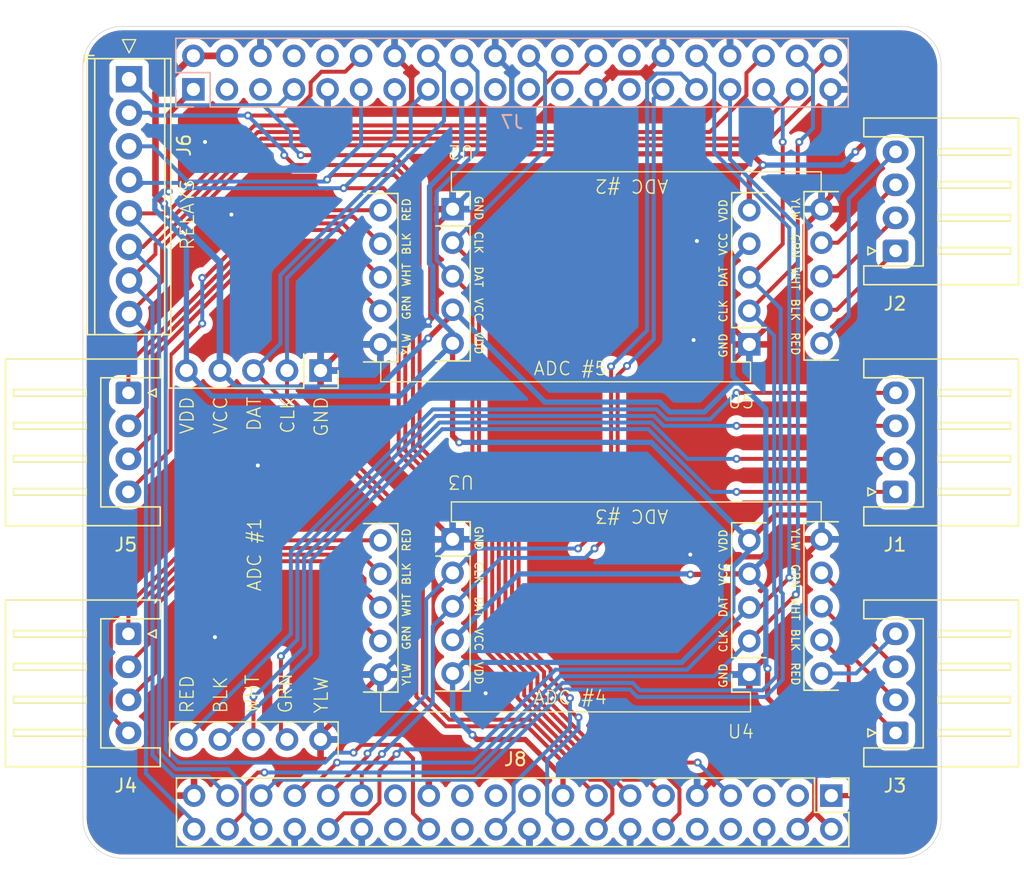
<source format=kicad_pcb>
(kicad_pcb (version 20240108) (generator "pcbnew") (generator_version "8.0")
  (layers (0 "F.Cu" signal) (31 "B.Cu" signal) (34 "B.Paste" user) (35 "F.Paste" user) (36 "B.SilkS" user "B.Silkscreen") (37 "F.SilkS" user "F.Silkscreen") (38 "B.Mask" user) (39 "F.Mask" user) (44 "Edge.Cuts" user))
  (net 0 "")
  (net 1 "/RLY3")
  (net 2 "/RLY6")
  (net 3 "/RLY1")
  (net 4 "/ADC2_DAT")
  (net 5 "GND")
  (net 6 "/RLY4")
  (net 7 "/RLY5")
  (net 8 "+5V")
  (net 9 "/ADC5_CLK")
  (net 10 "/ADC3_CLK")
  (net 11 "/ADC1_CLK")
  (net 12 "/ADC2_CLK")
  (net 13 "/ADC3_DAT")
  (net 14 "/RLY8")
  (net 15 "/ADC4_DAT")
  (net 16 "/RLY7")
  (net 17 "/ADC5_DAT")
  (net 18 "/RLY2")
  (net 19 "/ADC1_DAT")
  (net 20 "/ADC4_CLK")
  (net 21 "Net-(J2-Pin_3)")
  (net 22 "Net-(J2-Pin_2)")
  (net 23 "+3V3")
  (net 24 "Net-(J2-Pin_4)")
  (net 25 "Net-(J2-Pin_1)")
  (net 26 "Net-(J4-Pin_3)")
  (net 27 "Net-(J4-Pin_1)")
  (net 28 "Net-(J4-Pin_4)")
  (net 29 "Net-(J4-Pin_2)")
  (net 30 "Net-(J5-Pin_3)")
  (net 31 "Net-(J5-Pin_4)")
  (net 32 "Net-(J5-Pin_1)")
  (net 33 "Net-(J5-Pin_2)")
  (net 44 "Net-(J1-Pin_3)")
  (net 45 "Net-(J1-Pin_2)")
  (net 46 "Net-(J1-Pin_4)")
  (net 47 "Net-(J1-Pin_1)")
  (net 48 "Net-(J3-Pin_2)")
  (net 49 "Net-(J3-Pin_1)")
  (net 50 "Net-(J3-Pin_3)")
  (net 51 "Net-(J3-Pin_4)")
  (footprint "Library:HX711_Load_Cell_Amp_PinSocket_basic2" (layer "F.Cu") (at 101.97 88.92 180)
    (property "Reference" "U2" (hide yes))
    (property "Value" "~")
  )
  (footprint "Connector_JST:JST_XH_S4B-XH-A_1x04_P2.50mm_Horizontal" (layer "F.Cu") (at 121.55 87 90)
    (property "Reference" "J2")
    (property "Value" "Conn_01x04_Pin" (hide yes))
  )
  (footprint "TerminalBlock_Phoenix:TerminalBlock_Phoenix_MPT-0,5-8-2.54_1x08_P2.54mm_Horizontal" (layer "F.Cu") (at 63.5 74 -90)
    (property "Reference" "J6")
    (property "Value" "Conn_01x08_Pin" (hide yes))
  )
  (footprint "Connector_JST:JST_XH_S4B-XH-A_1x04_P2.50mm_Horizontal" (layer "F.Cu") (at 121.55 105.25 90)
    (property "Reference" "J1")
    (property "Value" "Conn_01x04_Pin" (hide yes))
  )
  (footprint "Library:HX711_Load_Cell_Amp_PinSocket_basic2" (layer "F.Cu") (at 101.97 113.92 180)
    (property "Reference" "U3" (hide yes))
    (property "Value" "~")
  )
  (footprint "Library:HX711_Load_Cell_Amp_PinSocket_basic" (layer "F.Cu") (at 72.92 110.03 90)
    (property "Reference" "U1" (hide yes))
    (property "Value" "~")
  )
  (footprint "Library:HX711_Load_Cell_Amp_PinSocket_basic2" (layer "F.Cu") (at 96.5 89)
    (property "Reference" "U5" (hide yes))
    (property "Value" "~")
  )
  (footprint "Connector_JST:JST_XH_S4B-XH-A_1x04_P2.50mm_Horizontal" (layer "F.Cu") (at 63.45 116 -90)
    (property "Reference" "J4")
    (property "Value" "Conn_01x04_Pin" (hide yes))
  )
  (footprint "Library:HX711_Load_Cell_Amp_PinSocket_basic2" (layer "F.Cu") (at 96.5 114)
    (property "Reference" "U4" (hide yes))
    (property "Value" "~")
  )
  (footprint "Connector_JST:JST_XH_S4B-XH-A_1x04_P2.50mm_Horizontal" (layer "F.Cu") (at 63.45 97.75 -90)
    (property "Reference" "J5")
    (property "Value" "Conn_01x04_Pin" (hide yes))
  )
  (footprint "Connector_PinSocket_2.54mm:PinSocket_2x20_P2.54mm_Vertical" (layer "F.Cu") (at 116.68 130.79 -90)
    (property "Reference" "J8")
    (property "Value" "Raspberry_Pi_2_3" (hide yes))
  )
  (footprint "Connector_JST:JST_XH_S4B-XH-A_1x04_P2.50mm_Horizontal" (layer "F.Cu") (at 121.55 123.5 90)
    (property "Reference" "J3")
    (property "Value" "Conn_01x04_Pin" (hide yes))
  )
  (footprint "Connector_PinSocket_2.54mm:PinSocket_2x20_P2.54mm_Vertical" (layer "B.Cu") (at 68.37 74.77 -90)
    (property "Reference" "J7")
    (property "Value" "Raspberry_Pi_2_3" (hide yes))
  )
  (gr_line (start 82.56 95.41) (end 82.56 96.91) (stroke (width 0.1)) (layer "F.SilkS"))
  (gr_line (start 115.91 82.51) (end 115.91 81.01) (stroke (width 0.1)) (layer "F.SilkS"))
  (gr_line (start 115.91 81.01) (end 87.91 81.01) (stroke (width 0.1)) (layer "F.SilkS"))
  (gr_line (start 115.91 107.51) (end 115.91 106.01) (stroke (width 0.1)) (layer "F.SilkS"))
  (gr_line (start 82.56 121.91) (end 110.56 121.91) (stroke (width 0.1)) (layer "F.SilkS"))
  (gr_line (start 87.91 106.01) (end 87.91 107.51) (stroke (width 0.1)) (layer "F.SilkS"))
  (gr_line (start 82.56 120.41) (end 82.56 121.91) (stroke (width 0.1)) (layer "F.SilkS"))
  (gr_line (start 63.5 72) (end 64 71) (stroke (width 0.1)) (layer "F.SilkS"))
  (gr_line (start 115.91 106.01) (end 87.91 106.01) (stroke (width 0.1)) (layer "F.SilkS"))
  (gr_line (start 110.56 96.91) (end 110.56 95.41) (stroke (width 0.1)) (layer "F.SilkS"))
  (gr_line (start 87.91 81.01) (end 87.91 82.51) (stroke (width 0.1)) (layer "F.SilkS"))
  (gr_line (start 64 71) (end 63 71) (stroke (width 0.1)) (layer "F.SilkS"))
  (gr_line (start 82.56 96.91) (end 110.56 96.91) (stroke (width 0.1)) (layer "F.SilkS"))
  (gr_line (start 63 71) (end 63.5 72) (stroke (width 0.1)) (layer "F.SilkS"))
  (gr_line (start 110.56 121.91) (end 110.56 120.41) (stroke (width 0.1)) (layer "F.SilkS"))
  (gr_line (start 63 133) (end 122 133) (stroke (width 0.05)) (layer "Edge.Cuts"))
  (gr_arc (start 125 130) (mid 124.12132 132.12132) (end 122 133) (stroke (width 0.05)) (layer "Edge.Cuts"))
  (gr_arc (start 122 70) (mid 124.12132 70.87868) (end 125 73) (stroke (width 0.05)) (layer "Edge.Cuts"))
  (gr_arc (start 60 73) (mid 60.87868 70.87868) (end 63 70) (stroke (width 0.05)) (layer "Edge.Cuts"))
  (gr_arc (start 63 133) (mid 60.87868 132.12132) (end 60 130) (stroke (width 0.05)) (layer "Edge.Cuts"))
  (gr_line (start 125 130) (end 125 73) (stroke (width 0.05)) (layer "Edge.Cuts"))
  (gr_line (start 60 73) (end 60 130) (stroke (width 0.05)) (layer "Edge.Cuts"))
  (gr_line (start 122 70) (end 63 70) (stroke (width 0.05)) (layer "Edge.Cuts"))
  (gr_text "ADC #1" (at 73 110 90) (layer "F.SilkS") (effects (font (size 1 1) (thickness 0.1))))
  (gr_text "ADC #4" (at 94.06 121.41 0) (layer "F.SilkS") (effects (font (size 1 1) (thickness 0.1)) (justify left bottom)))
  (gr_text "ADC #5" (at 94.06 96.5 0) (layer "F.SilkS") (effects (font (size 1 1) (thickness 0.1)) (justify left bottom)))
  (gr_text "ADC #3" (at 104.41 106.5 180) (layer "F.SilkS") (effects (font (size 1 1) (thickness 0.1)) (justify left bottom)))
  (gr_text "ADC #2" (at 104.41 81.5 180) (layer "F.SilkS") (effects (font (size 1 1) (thickness 0.1)) (justify left bottom)))
  (gr_text "RELAYS" (at 68.5 87 90) (layer "F.SilkS") (effects (font (size 1 1) (thickness 0.1)) (justify left bottom)))
  (segment (start 100.947106 127.05) (end 102.78 127.05) (width 0.3) (layer "F.Cu") (net 1))
  (segment (start 83.585788 81.25) (end 84.417894 82.082106) (width 0.3) (layer "F.Cu") (net 1))
  (segment (start 78.85 81.25) (end 83.585788 81.25) (width 0.3) (layer "F.Cu") (net 1))
  (segment (start 99.947106 126.05) (end 100.947106 127.05) (width 0.3) (layer "F.Cu") (net 1))
  (segment (start 91 108.707106) (end 91 117.078424) (width 0.3) (layer "F.Cu") (net 1))
  (segment (start 91 117.078424) (end 93.42401 119.502434) (width 0.3) (layer "F.Cu") (net 1))
  (segment (start 84.417894 102.125) (end 91 108.707106) (width 0.3) (layer "F.Cu") (net 1))
  (segment (start 98.821318 126.05) (end 99.947106 126.05) (width 0.3) (layer "F.Cu") (net 1))
  (segment (start 102.78 127.05) (end 103.98 128.25) (width 0.3) (layer "F.Cu") (net 1))
  (segment (start 84.417894 82.082106) (end 84.417894 102.125) (width 0.3) (layer "F.Cu") (net 1))
  (segment (start 93.42401 120.652692) (end 98.821318 126.05) (width 0.3) (layer "F.Cu") (net 1))
  (segment (start 78.5 81.6) (end 78.85 81.25) (width 0.3) (layer "F.Cu") (net 1))
  (segment (start 93.42401 119.502434) (end 93.42401 120.652692) (width 0.3) (layer "F.Cu") (net 1))
  (via (at 78.5 81.6) (size 0.6) (drill 0.3) (layers "F.Cu" "B.Cu") (net 1))
  (segment (start 65.276346 79.08) (end 63.5 79.08) (width 0.3) (layer "B.Cu") (net 1))
  (segment (start 81.07 78.93) (end 81.07 74.77) (width 0.3) (layer "B.Cu") (net 1))
  (segment (start 78.5 81.6) (end 78.5 81.5) (width 0.3) (layer "B.Cu") (net 1))
  (segment (start 78.5 81.6) (end 78.35 81.75) (width 0.3) (layer "B.Cu") (net 1))
  (segment (start 67.946346 81.75) (end 65.276346 79.08) (width 0.3) (layer "B.Cu") (net 1))
  (segment (start 78.5 81.5) (end 81.07 78.93) (width 0.3) (layer "B.Cu") (net 1))
  (segment (start 78.35 81.75) (end 67.946346 81.75) (width 0.3) (layer "B.Cu") (net 1))
  (segment (start 63.5 86.7) (end 64.55 86.7) (width 0.3) (layer "F.Cu") (net 2))
  (segment (start 64.55 86.7) (end 73.25 78) (width 0.3) (layer "F.Cu") (net 2))
  (segment (start 110.25 75.227057) (end 110.25 73.53) (width 0.3) (layer "F.Cu") (net 2))
  (segment (start 73.25 78) (end 107.477057 78) (width 0.3) (layer "F.Cu") (net 2))
  (segment (start 107.477057 78) (end 110.25 75.227057) (width 0.3) (layer "F.Cu") (net 2))
  (segment (start 110.25 73.53) (end 111.55 72.23) (width 0.3) (layer "F.Cu") (net 2))
  (segment (start 65.775 88.975) (end 65.775 124.982106) (width 0.3) (layer "B.Cu") (net 2))
  (segment (start 63.5 86.7) (end 65.775 88.975) (width 0.3) (layer "B.Cu") (net 2))
  (segment (start 65.775 124.982106) (end 67.042894 126.25) (width 0.3) (layer "B.Cu") (net 2))
  (segment (start 71 126.25) (end 72.25 127.5) (width 0.3) (layer "B.Cu") (net 2))
  (segment (start 72.25 127.5) (end 72.25 129.54) (width 0.3) (layer "B.Cu") (net 2))
  (segment (start 72.25 129.54) (end 73.5 130.79) (width 0.3) (layer "B.Cu") (net 2))
  (segment (start 67.042894 126.25) (end 71 126.25) (width 0.3) (layer "B.Cu") (net 2))
  (segment (start 99.235531 125.05) (end 100.36132 125.05) (width 0.3) (layer "F.Cu") (net 3))
  (segment (start 94.42401 120.238479) (end 99.235531 125.05) (width 0.3) (layer "F.Cu") (net 3))
  (segment (start 100.36132 125.05) (end 101.06132 125.75) (width 0.3) (layer "F.Cu") (net 3))
  (segment (start 92 116.664212) (end 94.42401 119.088222) (width 0.3) (layer "F.Cu") (net 3))
  (segment (start 92 108.292894) (end 92 116.664212) (width 0.3) (layer "F.Cu") (net 3))
  (segment (start 85.5 101.792894) (end 92 108.292894) (width 0.3) (layer "F.Cu") (net 3))
  (segment (start 101.06132 125.75) (end 106.56 125.75) (width 0.3) (layer "F.Cu") (net 3))
  (segment (start 94.42401 119.088222) (end 94.42401 120.238479) (width 0.3) (layer "F.Cu") (net 3))
  (segment (start 85.5 81.75) (end 85.5 101.792894) (width 0.3) (layer "F.Cu") (net 3))
  (segment (start 76.5 79.75) (end 83.5 79.75) (width 0.3) (layer "F.Cu") (net 3))
  (segment (start 83.5 79.75) (end 85.5 81.75) (width 0.3) (layer "F.Cu") (net 3))
  (via (at 106.56 125.75) (size 0.6) (drill 0.3) (layers "F.Cu" "B.Cu") (net 3))
  (via (at 76.5 79.75) (size 0.6) (drill 0.3) (layers "F.Cu" "B.Cu") (net 3))
  (segment (start 75.75 78.042894) (end 74 76.292894) (width 0.3) (layer "B.Cu") (net 3))
  (segment (start 65.47 75.97) (end 73.25 75.97) (width 0.3) (layer "B.Cu") (net 3))
  (segment (start 75.75 79) (end 75.75 78.042894) (width 0.3) (layer "B.Cu") (net 3))
  (segment (start 106.56 125.75) (end 109.06 128.25) (width 0.3) (layer "B.Cu") (net 3))
  (segment (start 74 76.292894) (end 73.957107 76.25) (width 0.3) (layer "B.Cu") (net 3))
  (segment (start 74.79 75.97) (end 75.99 74.77) (width 0.3) (layer "B.Cu") (net 3))
  (segment (start 73.677107 75.97) (end 73.25 75.97) (width 0.3) (layer "B.Cu") (net 3))
  (segment (start 73.25 75.97) (end 74.79 75.97) (width 0.3) (layer "B.Cu") (net 3))
  (segment (start 73.957107 76.25) (end 73.677107 75.97) (width 0.3) (layer "B.Cu") (net 3))
  (segment (start 76.5 79.75) (end 75.75 79) (width 0.3) (layer "B.Cu") (net 3))
  (segment (start 63.5 74) (end 65.47 75.97) (width 0.3) (layer "B.Cu") (net 3))
  (segment (start 89.5 105.085787) (end 89.5 90.42) (width 0.3) (layer "F.Cu") (net 4))
  (segment (start 89.5 90.42) (end 88 88.92) (width 0.3) (layer "F.Cu") (net 4))
  (segment (start 94.92401 119.81924) (end 94.92401 118.881116) (width 0.3) (layer "F.Cu") (net 4))
  (segment (start 97.537005 122.322615) (end 97.427385 122.322615) (width 0.3) (layer "F.Cu") (net 4))
  (segment (start 94.92401 118.881116) (end 92.5 116.457106) (width 0.3) (layer "F.Cu") (net 4))
  (segment (start 92.5 116.457106) (end 92.5 108.085787) (width 0.3) (layer "F.Cu") (net 4))
  (segment (start 97.427385 122.322615) (end 94.92401 119.81924) (width 0.3) (layer "F.Cu") (net 4))
  (segment (start 92.5 108.085787) (end 89.5 105.085787) (width 0.3) (layer "F.Cu") (net 4))
  (via (at 97.537005 122.322615) (size 0.6) (drill 0.3) (layers "F.Cu" "B.Cu") (net 4))
  (segment (start 88.69 72.23) (end 89.89 73.43) (width 0.3) (layer "B.Cu") (net 4))
  (segment (start 97.537005 123.170101) (end 95.16 125.547106) (width 0.3) (layer "B.Cu") (net 4))
  (segment (start 86.8 82.5) (end 86.8 87.72) (width 0.3) (layer "B.Cu") (net 4))
  (segment (start 95.16 129.59) (end 96.36 130.79) (width 0.3) (layer "B.Cu") (net 4))
  (segment (start 86.8 87.72) (end 88 88.92) (width 0.3) (layer "B.Cu") (net 4))
  (segment (start 89.89 79.41) (end 86.8 82.5) (width 0.3) (layer "B.Cu") (net 4))
  (segment (start 89.89 73.43) (end 89.89 79.41) (width 0.3) (layer "B.Cu") (net 4))
  (segment (start 95.16 125.547106) (end 95.16 129.59) (width 0.3) (layer "B.Cu") (net 4))
  (segment (start 97.537005 122.322615) (end 97.537005 123.170101) (width 0.3) (layer "B.Cu") (net 4))
  (segment (start 88 83.84) (end 89.78 83.84) (width 0.4) (layer "F.Cu") (net 5))
  (segment (start 110.47 119.08) (end 110.47 124.3) (width 0.4) (layer "F.Cu") (net 5))
  (segment (start 84.9 73.52) (end 84.9 76.1) (width 0.4) (layer "F.Cu") (net 5))
  (segment (start 102.64 73.52) (end 103.93 72.23) (width 0.4) (layer "F.Cu") (net 5))
  (segment (start 82.53 103.37) (end 82.53 94.08) (width 0.4) (layer "F.Cu") (net 5))
  (segment (start 110.47 94.08) (end 114.69 89.86) (width 0.4) (layer "F.Cu") (net 5))
  (segment (start 83.61 72.23) (end 84.9 73.52) (width 0.4) (layer "F.Cu") (net 5))
  (segment (start 109.92 110.17) (end 114.61 110.17) (width 0.4) (layer "F.Cu") (net 5))
  (segment (start 86.15 92.360051) (end 86.75 91.760051) (width 0.4) (layer "F.Cu") (net 5))
  (segment (start 114.69 114.81) (end 114.69 110.09) (width 0.4) (layer "F.Cu") (net 5))
  (segment (start 114.69 85.09) (end 115.94 83.84) (width 0.4) (layer "F.Cu") (net 5))
  (segment (start 107.5 97.05) (end 110.47 94.08) (width 0.4) (layer "F.Cu") (net 5))
  (segment (start 82.53 120.53) (end 86.2 124.2) (width 0.4) (layer "F.Cu") (net 5))
  (segment (start 78 123.61) (end 78 124) (width 0.4) (layer "F.Cu") (net 5))
  (segment (start 110.47 124.3) (end 106.52 128.25) (width 0.4) (layer "F.Cu") (net 5))
  (segment (start 82.53 119.08) (end 78 123.61) (width 0.4) (layer "F.Cu") (net 5))
  (segment (start 116.63 82.87) (end 116.63 74.77) (width 0.4) (layer "F.Cu") (net 5))
  (segment (start 88 83.84) (end 100.23 83.84) (width 0.4) (layer "F.Cu") (net 5))
  (segment (start 86.2 124.2) (end 86.2 128.25) (width 0.4) (layer "F.Cu") (net 5))
  (segment (start 100.23 83.84) (end 110.47 94.08) (width 0.4) (layer "F.Cu") (net 5))
  (segment (start 98.85 74.77) (end 100.1 73.52) (width 0.4) (layer "F.Cu") (net 5))
  (segment (start 79.98 94.08) (end 78 96.06) (width 0.4) (layer "F.Cu") (net 5))
  (segment (start 86.75 85.09) (end 88 83.84) (width 0.4) (layer "F.Cu") (net 5))
  (segment (start 106 110) (end 109.75 110) (width 0.4) (layer "F.Cu") (net 5))
  (segment (start 106 110) (end 107.5 108.5) (width 0.4) (layer "F.Cu") (net 5))
  (segment (start 84.9 76.1) (end 84.75 76.25) (width 0.4) (layer "F.Cu") (net 5))
  (segment (start 110.47 119.03) (end 114.69 114.81) (width 0.4) (layer "F.Cu") (net 5))
  (segment (start 114.61 110.17) (end 115.94 108.84) (width 0.4) (layer "F.Cu") (net 5))
  (segment (start 115.94 83.84) (end 115.94 83.56) (width 0.4) (layer "F.Cu") (net 5))
  (segment (start 114.69 89.86) (end 114.69 85.09) (width 0.4) (layer "F.Cu") (net 5))
  (segment (start 100.1 73.52) (end 102.64 73.52) (width 0.4) (layer "F.Cu") (net 5))
  (segment (start 88 108.84) (end 82.53 103.37) (width 0.4) (layer "F.Cu") (net 5))
  (segment (start 110.47 119.08) (end 110.47 119.03) (width 0.4) (layer "F.Cu") (net 5))
  (segment (start 82.53 119.08) (end 82.53 120.53) (width 0.4) (layer "F.Cu") (net 5))
  (segment (start 82.53 94.08) (end 79.98 94.08) (width 0.4) (layer "F.Cu") (net 5))
  (segment (start 109.75 110) (end 109.92 110.17) (width 0.4) (layer "F.Cu") (net 5))
  (segment (start 107.5 108.5) (end 107.5 97.05) (width 0.4) (layer "F.Cu") (net 5))
  (segment (start 86.75 91.760051) (end 86.75 85.09) (width 0.4) (layer "F.Cu") (net 5))
  (segment (start 88 83.84) (end 87.6 83.84) (width 0.4) (layer "F.Cu") (net 5))
  (segment (start 115.94 83.56) (end 116.63 82.87) (width 0.4) (layer "F.Cu") (net 5))
  (segment (start 114.69 110.09) (end 115.94 108.84) (width 0.4) (layer "F.Cu") (net 5))
  (via (at 73.25 103.25) (size 0.6) (drill 0.3) (layers "F.Cu" "B.Cu") (net 5))
  (via (at 70 116.25) (size 0.6) (drill 0.3) (layers "F.Cu" "B.Cu") (net 5))
  (via (at 69.25 78.75) (size 0.6) (drill 0.3) (layers "F.Cu" "B.Cu") (net 5))
  (via (at 106.25 93.75) (size 0.6) (drill 0.3) (layers "F.Cu" "B.Cu") (net 5))
  (via (at 86.15 92.360051) (size 0.6) (drill 0.3) (layers "F.Cu" "B.Cu") (net 5))
  (via (at 106 110) (size 0.6) (drill 0.3) (layers "F.Cu" "B.Cu") (net 5))
  (via (at 106.5 86.25) (size 0.6) (drill 0.3) (layers "F.Cu" "B.Cu") (net 5))
  (via (at 90.5 120.5) (size 0.6) (drill 0.3) (layers "F.Cu" "B.Cu") (net 5))
  (via (at 71.25 84.25) (size 0.6) (drill 0.3) (layers "F.Cu" "B.Cu") (net 5))
  (segment (start 82.53 119.08) (end 85.45 116.16) (width 0.4) (layer "B.Cu") (net 5))
  (segment (start 92.48 73.48) (end 91.23 72.23) (width 0.4) (layer "B.Cu") (net 5))
  (segment (start 84.42 94.08) (end 82.53 94.08) (width 0.4) (layer "B.Cu") (net 5))
  (segment (start 88 83.84) (end 92.48 79.36) (width 0.4) (layer "B.Cu") (net 5))
  (segment (start 104.84 108.84) (end 88 108.84) (width 0.4) (layer "B.Cu") (net 5))
  (segment (start 86.15 92.360051) (end 86.139949 92.360051) (width 0.4) (layer "B.Cu") (net 5))
  (segment (start 106 110) (end 104.84 108.84) (width 0.4) (layer "B.Cu") (net 5))
  (segment (start 92.48 79.36) (end 92.48 73.48) (width 0.4) (layer "B.Cu") (net 5))
  (segment (start 85.45 111.39) (end 88 108.84) (width 0.4) (layer "B.Cu") (net 5))
  (segment (start 85.45 116.16) (end 85.45 111.39) (width 0.4) (layer "B.Cu") (net 5))
  (segment (start 86.139949 92.360051) (end 84.42 94.08) (width 0.4) (layer "B.Cu") (net 5))
  (segment (start 83.917894 83.417894) (end 83.917894 102.332106) (width 0.3) (layer "F.Cu") (net 6))
  (segment (start 82.75 82.25) (end 83.917894 83.417894) (width 0.3) (layer "F.Cu") (net 6))
  (segment (start 92.92401 119.70954) (end 92.92401 120.859798) (width 0.3) (layer "F.Cu") (net 6))
  (segment (start 99.74 126.55) (end 101.44 128.25) (width 0.3) (layer "F.Cu") (net 6))
  (segment (start 83.917894 102.332106) (end 90.5 108.914212) (width 0.3) (layer "F.Cu") (net 6))
  (segment (start 92.92401 120.859798) (end 98.614212 126.55) (width 0.3) (layer "F.Cu") (net 6))
  (segment (start 98.614212 126.55) (end 99.74 126.55) (width 0.3) (layer "F.Cu") (net 6))
  (segment (start 79.75 82.25) (end 82.75 82.25) (width 0.3) (layer "F.Cu") (net 6))
  (segment (start 90.5 108.914212) (end 90.5 117.28553) (width 0.3) (layer "F.Cu") (net 6))
  (segment (start 90.5 117.28553) (end 92.92401 119.70954) (width 0.3) (layer "F.Cu") (net 6))
  (via (at 79.75 82.25) (size 0.6) (drill 0.3) (layers "F.Cu" "B.Cu") (net 6))
  (segment (start 64.13 82.25) (end 64.53 81.85) (width 0.3) (layer "B.Cu") (net 6))
  (segment (start 67.739239 82.25) (end 79.75 82.25) (width 0.3) (layer "B.Cu") (net 6))
  (segment (start 63.5 81.62) (end 64.13 82.25) (width 0.3) (layer "B.Cu") (net 6))
  (segment (start 83.61 78.39) (end 83.61 74.77) (width 0.3) (layer "B.Cu") (net 6))
  (segment (start 64.53 81.85) (end 67.339239 81.85) (width 0.3) (layer "B.Cu") (net 6))
  (segment (start 79.75 82.25) (end 83.61 78.39) (width 0.3) (layer "B.Cu") (net 6))
  (segment (start 67.339239 81.85) (end 67.739239 82.25) (width 0.3) (layer "B.Cu") (net 6))
  (segment (start 97.58 73.5) (end 98.85 72.23) (width 0.3) (layer "F.Cu") (net 7))
  (segment (start 83.978172 124.408933) (end 85 125.430761) (width 0.3) (layer "F.Cu") (net 7))
  (segment (start 85 129.59) (end 86.2 130.79) (width 0.3) (layer "F.Cu") (net 7))
  (segment (start 95 75.237057) (end 95 74.382943) (width 0.3) (layer "F.Cu") (net 7))
  (segment (start 80.5 125) (end 81.091067 124.408933) (width 0.3) (layer "F.Cu") (net 7))
  (segment (start 95 74.382943) (end 95.882943 73.5) (width 0.3) (layer "F.Cu") (net 7))
  (segment (start 85 125.430761) (end 85 129.59) (width 0.3) (layer "F.Cu") (net 7))
  (segment (start 81.091067 124.408933) (end 83.978172 124.408933) (width 0.3) (layer "F.Cu") (net 7))
  (segment (start 95.882943 73.5) (end 97.58 73.5) (width 0.3) (layer "F.Cu") (net 7))
  (segment (start 92.737057 77.5) (end 95 75.237057) (width 0.3) (layer "F.Cu") (net 7))
  (segment (start 72.989239 77.5) (end 92.737057 77.5) (width 0.3) (layer "F.Cu") (net 7))
  (segment (start 63.5 84.16) (end 66.329239 84.16) (width 0.3) (layer "F.Cu") (net 7))
  (segment (start 66.329239 84.16) (end 72.989239 77.5) (width 0.3) (layer "F.Cu") (net 7))
  (via (at 80.5 125) (size 0.6) (drill 0.3) (layers "F.Cu" "B.Cu") (net 7))
  (segment (start 80.5 125) (end 79.080761 125) (width 0.3) (layer "B.Cu") (net 7))
  (segment (start 66.275 124.775) (end 66.275 86.935) (width 0.3) (layer "B.Cu") (net 7))
  (segment (start 66.275 86.935) (end 63.5 84.16) (width 0.3) (layer "B.Cu") (net 7))
  (segment (start 78.330761 125.75) (end 67.25 125.75) (width 0.3) (layer "B.Cu") (net 7))
  (segment (start 79.080761 125) (end 78.330761 125.75) (width 0.3) (layer "B.Cu") (net 7))
  (segment (start 67.25 125.75) (end 66.275 124.775) (width 0.3) (layer "B.Cu") (net 7))
  (segment (start 111.854975 120.854975) (end 115.43 124.43) (width 0.4) (layer "F.Cu") (net 8))
  (segment (start 115.43 124.43) (end 115.43 129.54) (width 0.4) (layer "F.Cu") (net 8))
  (segment (start 86.15 93.625) (end 88 91.775) (width 0.4) (layer "F.Cu") (net 8))
  (segment (start 68.31 72.23) (end 70.91 72.23) (width 0.5) (layer "F.Cu") (net 8))
  (segment (start 65.5 82.760001) (end 65.5 75.04) (width 0.5) (layer "F.Cu") (net 8))
  (segment (start 107.04 111.46) (end 110.47 111.46) (width 0.4) (layer "F.Cu") (net 8))
  (segment (start 106 111.5) (end 107 111.5) (width 0.4) (layer "F.Cu") (net 8))
  (segment (start 107 111.5) (end 107.04 111.46) (width 0.4) (layer "F.Cu") (net 8))
  (segment (start 114.14 130.79) (end 115.39 129.54) (width 0.4) (layer "F.Cu") (net 8))
  (segment (start 115.39 129.54) (end 115.43 129.54) (width 0.4) (layer "F.Cu") (net 8))
  (segment (start 88 91.775) (end 88 91.46) (width 0.4) (layer "F.Cu") (net 8))
  (segment (start 68.37 72.23) (end 70.91 72.23) (width 0.5) (layer "F.Cu") (net 8))
  (segment (start 115.43 129.54) (end 116.68 130.79) (width 0.4) (layer "F.Cu") (net 8))
  (segment (start 111.854975 118.634975) (end 111.854975 120.854975) (width 0.4) (layer "F.Cu") (net 8))
  (segment (start 68.37 72.23) (end 68.37 72.13) (width 0.5) (layer "F.Cu") (net 8))
  (segment (start 65.5 75.04) (end 68.31 72.23) (width 0.5) (layer "F.Cu") (net 8))
  (segment (start 66.154999 83.415) (end 65.5 82.760001) (width 0.5) (layer "F.Cu") (net 8))
  (segment (start 68.37 72.13) (end 68.5 72) (width 0.5) (layer "F.Cu") (net 8))
  (via (at 106 111.5) (size 0.6) (drill 0.3) (layers "F.Cu" "B.Cu") (net 8))
  (via (at 111.854975 118.634975) (size 0.6) (drill 0.3) (layers "F.Cu" "B.Cu") (net 8))
  (via (at 66.154999 83.415) (size 0.6) (drill 0.3) (layers "F.Cu" "B.Cu") (net 8))
  (via (at 86.15 93.625) (size 0.6) (drill 0.3) (layers "F.Cu" "B.Cu") (net 8))
  (segment (start 105.96 111.46) (end 106 111.5) (width 0.4) (layer "B.Cu") (net 8))
  (segment (start 111.854975 118.634975) (end 111.72 118.5) (width 0.4) (layer "B.Cu") (net 8))
  (segment (start 109.73995 97) (end 111.72 98.98005) (width 0.4) (layer "B.Cu") (net 8))
  (segment (start 71.63 97.31) (end 70.38 96.06) (width 0.4) (layer "B.Cu") (net 8))
  (segment (start 109.22 96.48005) (end 109.22 87.71) (width 0.4) (layer "B.Cu") (net 8))
  (segment (start 66.154999 83.415) (end 66.154999 83.654999) (width 0.5) (layer "B.Cu") (net 8))
  (segment (start 111.72 112.71) (end 110.47 111.46) (width 0.4) (layer "B.Cu") (net 8))
  (segment (start 111.72 110.21) (end 110.47 111.46) (width 0.4) (layer "B.Cu") (net 8))
  (segment (start 82.44 97.31) (end 71.63 97.31) (width 0.4) (layer "B.Cu") (net 8))
  (segment (start 109.22 87.71) (end 110.47 86.46) (width 0.4) (layer "B.Cu") (net 8))
  (segment (start 88 116.46) (end 93 111.46) (width 0.4) (layer "B.Cu") (net 8))
  (segment (start 107.06005 99.2) (end 109.26005 97) (width 0.4) (layer "B.Cu") (net 8))
  (segment (start 70.38 87.88) (end 70.38 96.06) (width 0.5) (layer "B.Cu") (net 8))
  (segment (start 93 111.46) (end 105.96 111.46) (width 0.4) (layer "B.Cu") (net 8))
  (segment (start 88 91.46) (end 94.99 98.45) (width 0.4) (layer "B.Cu") (net 8))
  (segment (start 111.72 118.5) (end 111.72 112.71) (width 0.4) (layer "B.Cu") (net 8))
  (segment (start 104.426954 99.2) (end 107.06005 99.2) (width 0.4) (layer "B.Cu") (net 8))
  (segment (start 111.72 98.98005) (end 111.72 99.5) (width 0.4) (layer "B.Cu") (net 8))
  (segment (start 103.676954 98.45) (end 104.426954 99.2) (width 0.4) (layer "B.Cu") (net 8))
  (segment (start 86.125 93.625) (end 82.44 97.31) (width 0.4) (layer "B.Cu") (net 8))
  (segment (start 109.73995 97) (end 109.22 96.48005) (width 0.4) (layer "B.Cu") (net 8))
  (segment (start 66.154999 83.654999) (end 70.38 87.88) (width 0.5) (layer "B.Cu") (net 8))
  (segment (start 109.26005 97) (end 109.73995 97) (width 0.4) (layer "B.Cu") (net 8))
  (segment (start 94.99 98.45) (end 103.676954 98.45) (width 0.4) (layer "B.Cu") (net 8))
  (segment (start 86.15 93.625) (end 86.125 93.625) (width 0.4) (layer "B.Cu") (net 8))
  (segment (start 111.72 99.5) (end 111.72 110.21) (width 0.4) (layer "B.Cu") (net 8))
  (segment (start 110.47 91.54) (end 114.14 87.87) (width 0.3) (layer "F.Cu") (net 9))
  (segment (start 73.25 126.5) (end 72.16 127.59) (width 0.3) (layer "F.Cu") (net 9))
  (segment (start 114.14 87.87) (end 114.14 78.86) (width 0.3) (layer "F.Cu") (net 9))
  (segment (start 73.75 126.5) (end 73.25 126.5) (width 0.3) (layer "F.Cu") (net 9))
  (segment (start 72.16 127.59) (end 72.16 129.59) (width 0.3) (layer "F.Cu") (net 9))
  (segment (start 72.16 129.59) (end 70.96 130.79) (width 0.3) (layer "F.Cu") (net 9))
  (segment (start 114.14 78.86) (end 114.25 78.75) (width 0.3) (layer "F.Cu") (net 9))
  (via (at 114.25 78.75) (size 0.6) (drill 0.3) (layers "F.Cu" "B.Cu") (net 9))
  (via (at 73.75 126.5) (size 0.6) (drill 0.3) (layers "F.Cu" "B.Cu") (net 9))
  (segment (start 89.542894 126.5) (end 96.329899 119.712995) (width 0.3) (layer "B.Cu") (net 9))
  (segment (start 96.329899 119.712995) (end 101.633045 119.712995) (width 0.3) (layer "B.Cu") (net 9))
  (segment (start 112.35 113.006346) (end 112.35 93.42) (width 0.3) (layer "B.Cu") (net 9))
  (segment (start 115.29 73.43) (end 114.09 72.23) (width 0.3) (layer "B.Cu") (net 9))
  (segment (start 73.75 126.5) (end 89.542894 126.5) (width 0.3) (layer "B.Cu") (net 9))
  (segment (start 112.35 93.42) (end 110.47 91.54) (width 0.3) (layer "B.Cu") (net 9))
  (segment (start 112.504975 113.161321) (end 112.35 113.006346) (width 0.3) (layer "B.Cu") (net 9))
  (segment (start 112.504975 119.245025) (end 112.504975 113.161321) (width 0.3) (layer "B.Cu") (net 9))
  (segment (start 114.25 78.75) (end 115.29 77.71) (width 0.3) (layer "B.Cu") (net 9))
  (segment (start 111.47 120.28) (end 112.504975 119.245025) (width 0.3) (layer "B.Cu") (net 9))
  (segment (start 102.20005 120.28) (end 111.47 120.28) (width 0.3) (layer "B.Cu") (net 9))
  (segment (start 115.29 77.71) (end 115.29 73.43) (width 0.3) (layer "B.Cu") (net 9))
  (segment (start 101.633045 119.712995) (end 102.20005 120.28) (width 0.3) (layer "B.Cu") (net 9))
  (segment (start 81.558933 125.271067) (end 78.58 128.25) (width 0.3) (layer "F.Cu") (net 10))
  (segment (start 81.558933 125.058933) (end 81.558933 125.271067) (width 0.3) (layer "F.Cu") (net 10))
  (segment (start 100 107.04) (end 97.5 109.54) (width 0.3) (layer "F.Cu") (net 10))
  (segment (start 100 95.75) (end 100 107.04) (width 0.3) (layer "F.Cu") (net 10))
  (via (at 100 95.75) (size 0.6) (drill 0.3) (layers "F.Cu" "B.Cu") (net 10))
  (via (at 81.558933 125.058933) (size 0.6) (drill 0.3) (layers "F.Cu" "B.Cu") (net 10))
  (via (at 97.5 109.54) (size 0.6) (drill 0.3) (layers "F.Cu" "B.Cu") (net 10))
  (segment (start 105.27 73.57) (end 106.47 74.77) (width 0.3) (layer "B.Cu") (net 10))
  (segment (start 89.84 109.54) (end 88 111.38) (width 0.3) (layer "B.Cu") (net 10))
  (segment (start 103.432943 73.57) (end 105.27 73.57) (width 0.3) (layer "B.Cu") (net 10))
  (segment (start 102.73 74.272943) (end 103.432943 73.57) (width 0.3) (layer "B.Cu") (net 10))
  (segment (start 81.558933 125.058933) (end 86 120.617866) (width 0.3) (layer "B.Cu") (net 10))
  (segment (start 86 120.617866) (end 86 113.38) (width 0.3) (layer "B.Cu") (net 10))
  (segment (start 97.5 109.54) (end 89.84 109.54) (width 0.3) (layer "B.Cu") (net 10))
  (segment (start 100 95.75) (end 102.73 93.02) (width 0.3) (layer "B.Cu") (net 10))
  (segment (start 102.73 93.02) (end 102.73 74.272943) (width 0.3) (layer "B.Cu") (net 10))
  (segment (start 86 113.38) (end 88 111.38) (width 0.3) (layer "B.Cu") (net 10))
  (segment (start 75.46 96.06) (end 75.46 97.892894) (width 0.3) (layer "F.Cu") (net 11))
  (segment (start 75.46 97.892894) (end 85.75 108.182894) (width 0.3) (layer "F.Cu") (net 11))
  (segment (start 100.1 129.59) (end 98.9 130.79) (width 0.3) (layer "F.Cu") (net 11))
  (segment (start 98.407106 127.05) (end 99.397057 127.05) (width 0.3) (layer "F.Cu") (net 11))
  (segment (start 85.75 120.5) (end 87.75 122.5) (width 0.3) (layer "F.Cu") (net 11))
  (segment (start 87.75 122.5) (end 93.857106 122.5) (width 0.3) (layer "F.Cu") (net 11))
  (segment (start 99.397057 127.05) (end 100.1 127.752943) (width 0.3) (layer "F.Cu") (net 11))
  (segment (start 93.857106 122.5) (end 98.407106 127.05) (width 0.3) (layer "F.Cu") (net 11))
  (segment (start 85.75 108.182894) (end 85.75 120.5) (width 0.3) (layer "F.Cu") (net 11))
  (segment (start 100.1 127.752943) (end 100.1 129.59) (width 0.3) (layer "F.Cu") (net 11))
  (segment (start 75.46 96.06) (end 75.46 89.04) (width 0.3) (layer "B.Cu") (net 11))
  (segment (start 87.35 77.15) (end 87.35 73.43) (width 0.3) (layer "B.Cu") (net 11))
  (segment (start 75.46 89.04) (end 87.35 77.15) (width 0.3) (layer "B.Cu") (net 11))
  (segment (start 87.35 73.43) (end 86.15 72.23) (width 0.3) (layer "B.Cu") (net 11))
  (segment (start 95.42401 118.67401) (end 93 116.25) (width 0.3) (layer "F.Cu") (net 12))
  (segment (start 93 107.87868) (end 90 104.87868) (width 0.3) (layer "F.Cu") (net 12))
  (segment (start 96.887005 120.862995) (end 95.42401 119.4) (width 0.3) (layer "F.Cu") (net 12))
  (segment (start 95.42401 119.4) (end 95.42401 118.67401) (width 0.3) (layer "F.Cu") (net 12))
  (segment (start 90 88.38) (end 88 86.38) (width 0.3) (layer "F.Cu") (net 12))
  (segment (start 93 116.25) (end 93 107.87868) (width 0.3) (layer "F.Cu") (net 12))
  (segment (start 90 104.87868) (end 90 88.38) (width 0.3) (layer "F.Cu") (net 12))
  (via (at 96.887005 120.862995) (size 0.6) (drill 0.3) (layers "F.Cu" "B.Cu") (net 12))
  (segment (start 92.62 127.38) (end 92.62 129.45) (width 0.3) (layer "B.Cu") (net 12))
  (segment (start 95 73.46) (end 93.77 72.23) (width 0.3) (layer "B.Cu") (net 12))
  (segment (start 96.887005 120.862995) (end 96.887005 123.112995) (width 0.3) (layer "B.Cu") (net 12))
  (segment (start 92.62 129.45) (end 91.28 130.79) (width 0.3) (layer "B.Cu") (net 12))
  (segment (start 96.887005 123.112995) (end 92.62 127.38) (width 0.3) (layer "B.Cu") (net 12))
  (segment (start 95 79.38) (end 95 73.46) (width 0.3) (layer "B.Cu") (net 12))
  (segment (start 88 86.38) (end 95 79.38) (width 0.3) (layer "B.Cu") (net 12))
  (segment (start 100.5 96.41924) (end 100.5 107.79) (width 0.3) (layer "F.Cu") (net 13))
  (segment (start 81.12 126.62924) (end 81.12 128.25) (width 0.3) (layer "F.Cu") (net 13))
  (segment (start 82.64924 125.1) (end 81.12 126.62924) (width 0.3) (layer "F.Cu") (net 13))
  (segment (start 100.5 107.79) (end 98.75 109.54) (width 0.3) (layer "F.Cu") (net 13))
  (segment (start 101.20962 95.70962) (end 100.5 96.41924) (width 0.3) (layer "F.Cu") (net 13))
  (via (at 82.64924 125.1) (size 0.6) (drill 0.3) (layers "F.Cu" "B.Cu") (net 13))
  (via (at 98.75 109.54) (size 0.6) (drill 0.3) (layers "F.Cu" "B.Cu") (net 13))
  (via (at 101.20962 95.70962) (size 0.6) (drill 0.3) (layers "F.Cu" "B.Cu") (net 13))
  (segment (start 91.67 110.25) (end 88 113.92) (width 0.3) (layer "B.Cu") (net 13))
  (segment (start 86.5 115.42) (end 88 113.92) (width 0.3) (layer "B.Cu") (net 13))
  (segment (start 103.23 75.47) (end 103.93 74.77) (width 0.3) (layer "B.Cu") (net 13))
  (segment (start 103.23 93.68924) (end 103.23 75.47) (width 0.3) (layer "B.Cu") (net 13))
  (segment (start 101.20962 95.70962) (end 103.23 93.68924) (width 0.3) (layer "B.Cu") (net 13))
  (segment (start 82.64924 125.1) (end 86.5 121.24924) (width 0.3) (layer "B.Cu") (net 13))
  (segment (start 98.75 109.54) (end 98.04 110.25) (width 0.3) (layer "B.Cu") (net 13))
  (segment (start 98.04 110.25) (end 91.67 110.25) (width 0.3) (layer "B.Cu") (net 13))
  (segment (start 86.5 121.24924) (end 86.5 115.42) (width 0.3) (layer "B.Cu") (net 13))
  (segment (start 115.29 75.267057) (end 111.557057 79) (width 0.3) (layer "F.Cu") (net 14))
  (segment (start 66 86.707106) (end 66 89.28) (width 0.3) (layer "F.Cu") (net 14))
  (segment (start 73.75 79) (end 73.5 79.25) (width 0.3) (layer "F.Cu") (net 14))
  (segment (start 111.557057 79) (end 73.75 79) (width 0.3) (layer "F.Cu") (net 14))
  (segment (start 115.29 73.57) (end 115.29 75.267057) (width 0.3) (layer "F.Cu") (net 14))
  (segment (start 73.5 79.25) (end 73.457106 79.25) (width 0.3) (layer "F.Cu") (net 14))
  (segment (start 116.63 72.23) (end 115.29 73.57) (width 0.3) (layer "F.Cu") (net 14))
  (segment (start 73.457106 79.25) (end 66 86.707106) (width 0.3) (layer "F.Cu") (net 14))
  (segment (start 66 89.28) (end 63.5 91.78) (width 0.3) (layer "F.Cu") (net 14))
  (segment (start 68.42 130.23) (end 64.775 126.585) (width 0.3) (layer "B.Cu") (net 14))
  (segment (start 68.42 130.79) (end 68.42 130.23) (width 0.3) (layer "B.Cu") (net 14))
  (segment (start 64.775 126.585) (end 64.775 93.055) (width 0.3) (layer "B.Cu") (net 14))
  (segment (start 64.775 93.055) (end 63.5 91.78) (width 0.3) (layer "B.Cu") (net 14))
  (segment (start 81.66 129.59) (end 79.78 129.59) (width 0.3) (layer "F.Cu") (net 15))
  (segment (start 83.75 125.1) (end 82.46 126.39) (width 0.3) (layer "F.Cu") (net 15))
  (segment (start 113.5 111.75) (end 111.25 114) (width 0.3) (layer "F.Cu") (net 15))
  (segment (start 82.46 128.79) (end 81.66 129.59) (width 0.3) (layer "F.Cu") (net 15))
  (segment (start 79.78 129.59) (end 78.58 130.79) (width 0.3) (layer "F.Cu") (net 15))
  (segment (start 82.46 126.39) (end 82.46 128.79) (width 0.3) (layer "F.Cu") (net 15))
  (segment (start 111.25 114) (end 110.47 114) (width 0.3) (layer "F.Cu") (net 15))
  (via (at 83.75 125.1) (size 0.6) (drill 0.3) (layers "F.Cu" "B.Cu") (net 15))
  (via (at 113.5 111.75) (size 0.6) (drill 0.3) (layers "F.Cu" "B.Cu") (net 15))
  (segment (start 107.81 79.562943) (end 107.81 73.57) (width 0.3) (layer "B.Cu") (net 15))
  (segment (start 105.757005 118.712995) (end 110.47 114) (width 0.3) (layer "B.Cu") (net 15))
  (segment (start 107.81 73.57) (end 106.47 72.23) (width 0.3) (layer "B.Cu") (net 15))
  (segment (start 113.5 85.252943) (end 113.5 111.75) (width 0.3) (layer "B.Cu") (net 15))
  (segment (start 84.1 124.75) (end 89.75 124.75) (width 0.3) (layer "B.Cu") (net 15))
  (segment (start 83.75 125.1) (end 84.1 124.75) (width 0.3) (layer "B.Cu") (net 15))
  (segment (start 95.787005 118.712995) (end 105.757005 118.712995) (width 0.3) (layer "B.Cu") (net 15))
  (segment (start 107.81 79.562943) (end 113.5 85.252943) (width 0.3) (layer "B.Cu") (net 15))
  (segment (start 89.75 124.75) (end 95.787005 118.712995) (width 0.3) (layer "B.Cu") (net 15))
  (segment (start 110.36 78.5) (end 73.5 78.5) (width 0.3) (layer "F.Cu") (net 16))
  (segment (start 73.5 78.5) (end 65.5 86.5) (width 0.3) (layer "F.Cu") (net 16))
  (segment (start 114.09 74.77) (end 110.36 78.5) (width 0.3) (layer "F.Cu") (net 16))
  (segment (start 65.5 87.24) (end 63.5 89.24) (width 0.3) (layer "F.Cu") (net 16))
  (segment (start 65.5 86.5) (end 65.5 87.24) (width 0.3) (layer "F.Cu") (net 16))
  (segment (start 63.5 89.24) (end 65.275 91.015) (width 0.3) (layer "B.Cu") (net 16))
  (segment (start 66.887845 126.802057) (end 69.512057 126.802057) (width 0.3) (layer "B.Cu") (net 16))
  (segment (start 65.275 125.189212) (end 66.887845 126.802057) (width 0.3) (layer "B.Cu") (net 16))
  (segment (start 69.512057 126.802057) (end 70.96 128.25) (width 0.3) (layer "B.Cu") (net 16))
  (segment (start 65.275 91.015) (end 65.275 125.189212) (width 0.3) (layer "B.Cu") (net 16))
  (segment (start 113 86.47) (end 113 78.75) (width 0.3) (layer "F.Cu") (net 17))
  (segment (start 110.47 89) (end 113 86.47) (width 0.3) (layer "F.Cu") (net 17))
  (via (at 113 78.75) (size 0.6) (drill 0.3) (layers "F.Cu" "B.Cu") (net 17))
  (segment (start 113 76.22) (end 111.55 74.77) (width 0.3) (layer "B.Cu") (net 17))
  (segment (start 74.7 127.05) (end 73.5 128.25) (width 0.3) (layer "B.Cu") (net 17))
  (segment (start 110.47 89) (end 112.85 91.38) (width 0.3) (layer "B.Cu") (net 17))
  (segment (start 112.85 112.799239) (end 113.004975 112.954214) (width 0.3) (layer "B.Cu") (net 17))
  (segment (start 113 78.75) (end 113 76.22) (width 0.3) (layer "B.Cu") (net 17))
  (segment (start 111.677107 120.78) (end 101.992943 120.78) (width 0.3) (layer "B.Cu") (net 17))
  (segment (start 89.7 127.05) (end 74.7 127.05) (width 0.3) (layer "B.Cu") (net 17))
  (segment (start 112.85 91.38) (end 112.85 112.799239) (width 0.3) (layer "B.Cu") (net 17))
  (segment (start 101.425938 120.212995) (end 96.537005 120.212995) (width 0.3) (layer "B.Cu") (net 17))
  (segment (start 101.992943 120.78) (end 101.425938 120.212995) (width 0.3) (layer "B.Cu") (net 17))
  (segment (start 113.004975 112.954214) (end 113.004975 119.452132) (width 0.3) (layer "B.Cu") (net 17))
  (segment (start 96.537005 120.212995) (end 89.7 127.05) (width 0.3) (layer "B.Cu") (net 17))
  (segment (start 113.004975 119.452132) (end 111.677107 120.78) (width 0.3) (layer "B.Cu") (net 17))
  (segment (start 85 81.957106) (end 85 102) (width 0.3) (layer "F.Cu") (net 18))
  (segment (start 75.25 79.75) (end 76 80.5) (width 0.3) (layer "F.Cu") (net 18))
  (segment (start 94.478424 121) (end 99.028425 125.55) (width 0.3) (layer "F.Cu") (net 18))
  (segment (start 83.542894 80.5) (end 85 81.957106) (width 0.3) (layer "F.Cu") (net 18))
  (segment (start 78.07 73.43) (end 79.87 73.43) (width 0.3) (layer "F.Cu") (net 18))
  (segment (start 72.5 76.75) (end 75.707057 76.75) (width 0.3) (layer "F.Cu") (net 18))
  (segment (start 85 102) (end 91.5 108.5) (width 0.3) (layer "F.Cu") (net 18))
  (segment (start 79.87 73.43) (end 81.07 72.23) (width 0.3) (layer "F.Cu") (net 18))
  (segment (start 76 80.5) (end 83.542894 80.5) (width 0.3) (layer "F.Cu") (net 18))
  (segment (start 77.25 75.207057) (end 77.25 74.25) (width 0.3) (layer "F.Cu") (net 18))
  (segment (start 77.25 74.25) (end 78.07 73.43) (width 0.3) (layer "F.Cu") (net 18))
  (segment (start 100.447106 125.842893) (end 101.154212 126.55) (width 0.3) (layer "F.Cu") (net 18))
  (segment (start 93.92401 120.445586) (end 94.478424 121) (width 0.3) (layer "F.Cu") (net 18))
  (segment (start 99.028425 125.55) (end 100.154213 125.55) (width 0.3) (layer "F.Cu") (net 18))
  (segment (start 93.92401 119.295328) (end 93.92401 120.445586) (width 0.3) (layer "F.Cu") (net 18))
  (segment (start 100.154213 125.55) (end 100.447106 125.842893) (width 0.3) (layer "F.Cu") (net 18))
  (segment (start 103.977057 126.55) (end 105.18 127.752943) (width 0.3) (layer "F.Cu") (net 18))
  (segment (start 91.5 108.5) (end 91.5 116.871318) (width 0.3) (layer "F.Cu") (net 18))
  (segment (start 105.18 129.59) (end 103.98 130.79) (width 0.3) (layer "F.Cu") (net 18))
  (segment (start 75.707057 76.75) (end 77.25 75.207057) (width 0.3) (layer "F.Cu") (net 18))
  (segment (start 101.154212 126.55) (end 103.977057 126.55) (width 0.3) (layer "F.Cu") (net 18))
  (segment (start 105.18 127.752943) (end 105.18 129.59) (width 0.3) (layer "F.Cu") (net 18))
  (segment (start 91.5 116.871318) (end 93.92401 119.295328) (width 0.3) (layer "F.Cu") (net 18))
  (via (at 72.5 76.75) (size 0.6) (drill 0.3) (layers "F.Cu" "B.Cu") (net 18))
  (via (at 75.25 79.75) (size 0.6) (drill 0.3) (layers "F.Cu" "B.Cu") (net 18))
  (segment (start 65.04 76.54) (end 63.5 76.54) (width 0.3) (layer "B.Cu") (net 18))
  (segment (start 72.5 76.75) (end 65.25 76.75) (width 0.3) (layer "B.Cu") (net 18))
  (segment (start 65.25 76.75) (end 65.04 76.54) (width 0.3) (layer "B.Cu") (net 18))
  (segment (start 75.25 79.5) (end 72.5 76.75) (width 0.3) (layer "B.Cu") (net 18))
  (segment (start 75.25 79.75) (end 75.25 79.5) (width 0.3) (layer "B.Cu") (net 18))
  (segment (start 85.25 120.75) (end 87.5 123) (width 0.3) (layer "F.Cu") (net 19))
  (segment (start 85.25 108.39) (end 85.25 120.75) (width 0.3) (layer "F.Cu") (net 19))
  (segment (start 87.5 123) (end 93.65 123) (width 0.3) (layer "F.Cu") (net 19))
  (segment (start 72.92 96.06) (end 85.25 108.39) (width 0.3) (layer "F.Cu") (net 19))
  (segment (start 93.65 123) (end 98.9 128.25) (width 0.3) (layer "F.Cu") (net 19))
  (segment (start 74.96 88.832894) (end 84.829976 78.962918) (width 0.3) (layer "B.Cu") (net 19))
  (segment (start 84.829976 78.962918) (end 84.829976 76.090024) (width 0.3) (layer "B.Cu") (net 19))
  (segment (start 74.96 94.02) (end 74.96 88.832894) (width 0.3) (layer "B.Cu") (net 19))
  (segment (start 84.829976 76.090024) (end 86.15 74.77) (width 0.3) (layer "B.Cu") (net 19))
  (segment (start 72.92 96.06) (end 74.96 94.02) (width 0.3) (layer "B.Cu") (net 19))
  (segment (start 77.96 127.04) (end 77.25 127.04) (width 0.3) (layer "F.Cu") (net 20))
  (segment (start 79.25 125.75) (end 77.96 127.04) (width 0.3) (layer "F.Cu") (net 20))
  (segment (start 113.99 113.02) (end 110.47 116.54) (width 0.3) (layer "F.Cu") (net 20))
  (segment (start 77.25 127.04) (end 76.04 128.25) (width 0.3) (layer "F.Cu") (net 20))
  (via (at 79.25 125.75) (size 0.6) (drill 0.3) (layers "F.Cu" "B.Cu") (net 20))
  (via (at 113.99 113.02) (size 0.6) (drill 0.3) (layers "F.Cu" "B.Cu") (net 20))
  (segment (start 109.01 80.055837) (end 114.15 85.195837) (width 0.3) (layer "B.Cu") (net 20))
  (segment (start 96.122793 119.212995) (end 107.797005 119.212995) (width 0.3) (layer "B.Cu") (net 20))
  (segment (start 114.15 85.195837) (end 114.15 112.86) (width 0.3) (layer "B.Cu") (net 20))
  (segment (start 79.25 125.75) (end 89.585788 125.75) (width 0.3) (layer "B.Cu") (net 20))
  (segment (start 109.01 80.055837) (end 109.01 74.77) (width 0.3) (layer "B.Cu") (net 20))
  (segment (start 107.797005 119.212995) (end 110.47 116.54) (width 0.3) (layer "B.Cu") (net 20))
  (segment (start 114.15 112.86) (end 113.99 113.02) (width 0.3) (layer "B.Cu") (net 20))
  (segment (start 89.585788 125.75) (end 96.122793 119.212995) (width 0.3) (layer "B.Cu") (net 20))
  (segment (start 117.17 86.38) (end 121.55 82) (width 0.3) (layer "F.Cu") (net 21))
  (segment (start 115.94 86.38) (end 117.17 86.38) (width 0.3) (layer "F.Cu") (net 21))
  (segment (start 115.94 88.92) (end 117.13 88.92) (width 0.3) (layer "F.Cu") (net 22))
  (segment (start 117.13 88.92) (end 121.55 84.5) (width 0.3) (layer "F.Cu") (net 22))
  (segment (start 110.47 81.53) (end 110.47 83.92) (width 0.4) (layer "F.Cu") (net 23))
  (segment (start 111.5 80.5) (end 110.47 81.53) (width 0.4) (layer "F.Cu") (net 23))
  (segment (start 116.68 128.25) (end 120.75 128.25) (width 0.4) (layer "F.Cu") (net 23))
  (segment (start 123.5 113) (end 117.5 107) (width 0.4) (layer "F.Cu") (net 23))
  (segment (start 123.5 78.5) (end 123.5 113) (width 0.4) (layer "F.Cu") (net 23))
  (segment (start 93.5 124) (end 96.36 126.86) (width 0.4) (layer "F.Cu") (net 23))
  (segment (start 89.85 124) (end 93.5 124) (width 0.4) (layer "F.Cu") (net 23))
  (segment (start 112.39 107) (end 110.47 108.92) (width 0.4) (layer "F.Cu") (net 23))
  (segment (start 88.5 101.5) (end 88 101) (width 0.4) (layer "F.Cu") (net 23))
  (segment (start 66.5 76.64) (end 68.37 74.77) (width 0.4) (layer "F.Cu") (net 23))
  (segment (start 88.730762 79.649999) (end 110.649999 79.649999) (width 0.4) (layer "F.Cu") (net 23))
  (segment (start 120.5 77.5) (end 122.5 77.5) (width 0.4) (layer "F.Cu") (net 23))
  (segment (start 117.5 107) (end 112.39 107) (width 0.4) (layer "F.Cu") (net 23))
  (segment (start 120.75 128.25) (end 123.5 125.5) (width 0.4) (layer "F.Cu") (net 23))
  (segment (start 96.36 126.86) (end 96.36 128.25) (width 0.4) (layer "F.Cu") (net 23))
  (segment (start 89.5 123.65) (end 89.85 124) (width 0.4) (layer "F.Cu") (net 23))
  (segment (start 122.5 77.5) (end 123.5 78.5) (width 0.4) (layer "F.Cu") (net 23))
  (segment (start 88 101) (end 88 94) (width 0.4) (layer "F.Cu") (net 23))
  (segment (start 110.649999 79.649999) (end 111.5 80.5) (width 0.4) (layer "F.Cu") (net 23))
  (segment (start 123.5 125.5) (end 123.5 113) (width 0.4) (layer "F.Cu") (net 23))
  (segment (start 66.5 82.5) (end 66.5 76.64) (width 0.4) (layer "F.Cu") (net 23))
  (segment (start 118.5 79.5) (end 120.5 77.5) (width 0.4) (layer "F.Cu") (net 23))
  (via (at 89.5 123.65) (size 0.6) (drill 0.3) (layers "F.Cu" "B.Cu") (net 23))
  (via (at 66.5 82.5) (size 0.6) (drill 0.3) (layers "F.Cu" "B.Cu") (net 23))
  (via (at 118.5 79.5) (size 0.6) (drill 0.3) (layers "F.Cu" "B.Cu") (net 23))
  (via (at 88.5 101.5) (size 0.6) (drill 0.3) (layers "F.Cu" "B.Cu") (net 23))
  (via (at 111.5 80.5) (size 0.6) (drill 0.3) (layers "F.Cu" "B.Cu") (net 23))
  (via (at 88.730762 79.649999) (size 0.6) (drill 0.3) (layers "F.Cu" "B.Cu") (net 23))
  (segment (start 110.47 108.92) (end 110.47 109.692233) (width 0.4) (layer "B.Cu") (net 23))
  (segment (start 86.85 92.077767) (end 88 93.227767) (width 0.4) (layer "B.Cu") (net 23))
  (segment (start 88.69 74.77) (end 88.69 79.609237) (width 0.4) (layer "B.Cu") (net 23))
  (segment (start 105.337005 118.162995) (end 88.837005 118.162995) (width 0.4) (layer "B.Cu") (net 23))
  (segment (start 69.78 98) (end 67.84 96.06) (width 0.4) (layer "B.Cu") (net 23))
  (segment (start 86.25 82.130761) (end 86.25 87.947817) (width 0.4) (layer "B.Cu") (net 23))
  (segment (start 88.69 79.609237) (end 88.730762 79.649999) (width 0.4) (layer "B.Cu") (net 23))
  (segment (start 86.25 87.947817) (end 86.5 88.197817) (width 0.4) (layer "B.Cu") (net 23))
  (segment (start 86.85 92.070101) (end 86.85 92.077767) (width 0.4) (layer "B.Cu") (net 23))
  (segment (start 88 94) (end 84 98) (width 0.4) (layer "B.Cu") (net 23))
  (segment (start 65.454999 83.12505) (end 66.080049 82.5) (width 0.4) (layer "B.Cu") (net 23))
  (segment (start 88.837005 118.162995) (end 88 119) (width 0.4) (layer "B.Cu") (net 23))
  (segment (start 66.080049 82.5) (end 66.5 82.5) (width 0.4) (layer "B.Cu") (net 23))
  (segment (start 88 122.15) (end 88 119) (width 0.4) (layer "B.Cu") (net 23))
  (segment (start 118.5 79.5) (end 117.5 80.5) (width 0.4) (layer "B.Cu") (net 23))
  (segment (start 65.88576 84.304999) (end 65.454999 83.874238) (width 0.4) (layer "B.Cu") (net 23))
  (segment (start 88 93.227767) (end 88 94) (width 0.4) (layer "B.Cu") (net 23))
  (segment (start 84 98) (end 69.78 98) (width 0.4) (layer "B.Cu") (net 23))
  (segment (start 110.47 109.692233) (end 109.22 110.942233) (width 0.4) (layer "B.Cu") (net 23))
  (segment (start 109.22 110.942233) (end 109.22 114.28) (width 0.4) (layer "B.Cu") (net 23))
  (segment (start 88.730762 79.649999) (end 86.25 82.130761) (width 0.4) (layer "B.Cu") (net 23))
  (segment (start 86.5 91.720101) (end 86.85 92.070101) (width 0.4) (layer "B.Cu") (net 23))
  (segment (start 89.5 123.65) (end 88 122.15) (width 0.4) (layer "B.Cu") (net 23))
  (segment (start 109.22 114.28) (end 105.337005 118.162995) (width 0.4) (layer "B.Cu") (net 23))
  (segment (start 117.5 80.5) (end 111.5 80.5) (width 0.4) (layer "B.Cu") (net 23))
  (segment (start 103.05 101.5) (end 88.5 101.5) (width 0.4) (layer "B.Cu") (net 23))
  (segment (start 67.84 86.259238) (end 65.88576 84.304999) (width 0.4) (layer "B.Cu") (net 23))
  (segment (start 65.454999 83.874238) (end 65.454999 83.12505) (width 0.4) (layer "B.Cu") (net 23))
  (segment (start 86.5 88.197817) (end 86.5 91.720101) (width 0.4) (layer "B.Cu") (net 23))
  (segment (start 67.84 96.06) (end 67.84 86.259238) (width 0.4) (layer "B.Cu") (net 23))
  (segment (start 110.47 108.92) (end 103.05 101.5) (width 0.4) (layer "B.Cu") (net 23))
  (segment (start 118 91.94) (end 118 83.05) (width 0.3) (layer "B.Cu") (net 24))
  (segment (start 118 83.05) (end 121.55 79.5) (width 0.3) (layer "B.Cu") (net 24))
  (segment (start 115.94 94) (end 118 91.94) (width 0.3) (layer "B.Cu") (net 24))
  (segment (start 117.09 91.46) (end 121.55 87) (width 0.3) (layer "F.Cu") (net 25))
  (segment (start 115.94 91.46) (end 117.09 91.46) (width 0.3) (layer "F.Cu") (net 25))
  (segment (start 68.890862 110.5) (end 79.25 110.5) (width 0.3) (layer "F.Cu") (net 26))
  (segment (start 65.5 113.890862) (end 68.890862 110.5) (width 0.3) (layer "F.Cu") (net 26))
  (segment (start 80.83 114.84) (end 82.53 116.54) (width 0.3) (layer "F.Cu") (net 26))
  (segment (start 65.5 118.95) (end 65.5 113.890862) (width 0.3) (layer "F.Cu") (net 26))
  (segment (start 80.83 112.08) (end 80.83 114.84) (width 0.3) (layer "F.Cu") (net 26))
  (segment (start 79.25 110.5) (end 80.83 112.08) (width 0.3) (layer "F.Cu") (net 26))
  (segment (start 63.45 121) (end 65.5 118.95) (width 0.3) (layer "F.Cu") (net 26))
  (segment (start 63.45 114.52665) (end 68.47665 109.5) (width 0.3) (layer "F.Cu") (net 27))
  (segment (start 80.57 109.5) (end 82.53 111.46) (width 0.3) (layer "F.Cu") (net 27))
  (segment (start 63.45 116) (end 63.45 114.52665) (width 0.3) (layer "F.Cu") (net 27))
  (segment (start 68.47665 109.5) (end 80.57 109.5) (width 0.3) (layer "F.Cu") (net 27))
  (segment (start 63.45 123.5) (end 62.125 122.175) (width 0.3) (layer "F.Cu") (net 28))
  (segment (start 62.125 115.144544) (end 68.349544 108.92) (width 0.3) (layer "F.Cu") (net 28))
  (segment (start 62.125 122.175) (end 62.125 115.144544) (width 0.3) (layer "F.Cu") (net 28))
  (segment (start 68.349544 108.92) (end 82.53 108.92) (width 0.3) (layer "F.Cu") (net 28))
  (segment (start 65 116.75) (end 65 113.683756) (width 0.3) (layer "F.Cu") (net 29))
  (segment (start 63.45 118.5) (end 63.45 118.3) (width 0.3) (layer "F.Cu") (net 29))
  (segment (start 81.33 111.83) (end 81.33 112.8) (width 0.3) (layer "F.Cu") (net 29))
  (segment (start 68.683756 110) (end 79.5 110) (width 0.3) (layer "F.Cu") (net 29))
  (segment (start 65 113.683756) (end 68.683756 110) (width 0.3) (layer "F.Cu") (net 29))
  (segment (start 63.45 118.3) (end 65 116.75) (width 0.3) (layer "F.Cu") (net 29))
  (segment (start 81.33 112.8) (end 82.53 114) (width 0.3) (layer "F.Cu") (net 29))
  (segment (start 79.5 110) (end 81.33 111.83) (width 0.3) (layer "F.Cu") (net 29))
  (segment (start 74.994212 85.42) (end 65.560659 94.853553) (width 0.3) (layer "F.Cu") (net 30))
  (segment (start 65.560659 94.853553) (end 65.560659 100.639341) (width 0.3) (layer "F.Cu") (net 30))
  (segment (start 65.560659 100.639341) (end 63.45 102.75) (width 0.3) (layer "F.Cu") (net 30))
  (segment (start 80.5 89.51) (end 80.5 86.5) (width 0.3) (layer "F.Cu") (net 30))
  (segment (start 79.42 85.42) (end 74.994212 85.42) (width 0.3) (layer "F.Cu") (net 30))
  (segment (start 82.53 91.54) (end 80.5 89.51) (width 0.3) (layer "F.Cu") (net 30))
  (segment (start 80.5 86.5) (end 79.42 85.42) (width 0.3) (layer "F.Cu") (net 30))
  (segment (start 74.33 83.92) (end 82.53 83.92) (width 0.3) (layer "F.Cu") (net 31))
  (segment (start 66.64 94.9) (end 66.64 102.06) (width 0.3) (layer "F.Cu") (net 31))
  (segment (start 69.20924 89.04076) (end 74.33 83.92) (width 0.3) (layer "F.Cu") (net 31))
  (segment (start 69.04 89.04076) (end 69.20924 89.04076) (width 0.3) (layer "F.Cu") (net 31))
  (segment (start 69.04 92.5) (end 66.64 94.9) (width 0.3) (layer "F.Cu") (net 31))
  (segment (start 66.64 102.06) (end 63.45 105.25) (width 0.3) (layer "F.Cu") (net 31))
  (via (at 69.04 89.04076) (size 0.6) (drill 0.3) (layers "F.Cu" "B.Cu") (net 31))
  (via (at 69.04 92.5) (size 0.6) (drill 0.3) (layers "F.Cu" "B.Cu") (net 31))
  (segment (start 69.04 92.5) (end 69.04 89.04076) (width 0.3) (layer "B.Cu") (net 31))
  (segment (start 80.49 84.42) (end 82.53 86.46) (width 0.3) (layer "F.Cu") (net 32))
  (segment (start 63.45 97.75) (end 63.45 95.55) (width 0.3) (layer "F.Cu") (net 32))
  (segment (start 63.45 95.55) (end 74.58 84.42) (width 0.3) (layer "F.Cu") (net 32))
  (segment (start 74.58 84.42) (end 80.49 84.42) (width 0.3) (layer "F.Cu") (net 32))
  (segment (start 81 87.47) (end 82.53 89) (width 0.3) (layer "F.Cu") (net 33))
  (segment (start 81 86.25) (end 81 87.47) (width 0.3) (layer "F.Cu") (net 33))
  (segment (start 63.45 100.25) (end 64.832106 98.867894) (width 0.3) (layer "F.Cu") (net 33))
  (segment (start 74.787106 84.92) (end 79.67 84.92) (width 0.3) (layer "F.Cu") (net 33))
  (segment (start 79.67 84.92) (end 81 86.25) (width 0.3) (layer "F.Cu") (net 33))
  (segment (start 64.832106 98.867894) (end 64.832106 94.875) (width 0.3) (layer "F.Cu") (net 33))
  (segment (start 64.832106 94.875) (end 74.787106 84.92) (width 0.3) (layer "F.Cu") (net 33))
  (segment (start 75 123.54) (end 75.46 124) (width 0.3) (layer "F.Cu") (net 44))
  (segment (start 75 117.69) (end 75 123.54) (width 0.3) (layer "F.Cu") (net 44))
  (segment (start 121.55 100.25) (end 109.5 100.25) (width 0.3) (layer "F.Cu") (net 44))
  (via (at 109.5 100.25) (size 0.6) (drill 0.3) (layers "F.Cu" "B.Cu") (net 44))
  (via (at 75 117.69) (size 0.6) (drill 0.3) (layers "F.Cu" "B.Cu") (net 44))
  (segment (start 103.99203 100.25) (end 109.5 100.25) (width 0.3) (layer "B.Cu") (net 44))
  (segment (start 75 117.69) (end 76.25 116.44) (width 0.3) (layer "B.Cu") (net 44))
  (segment (start 76.25 109.957106) (end 86.707106 99.5) (width 0.3) (layer "B.Cu") (net 44))
  (segment (start 103.24203 99.5) (end 103.99203 100.25) (width 0.3) (layer "B.Cu") (net 44))
  (segment (start 76.25 116.44) (end 76.25 109.957106) (width 0.3) (layer "B.Cu") (net 44))
  (segment (start 86.707106 99.5) (end 103.24203 99.5) (width 0.3) (layer "B.Cu") (net 44))
  (segment (start 121.55 102.75) (end 109.5 102.75) (width 0.3) (layer "F.Cu") (net 45))
  (segment (start 72.92 120.75) (end 72.92 124) (width 0.3) (layer "F.Cu") (net 45))
  (via (at 109.5 102.75) (size 0.6) (drill 0.3) (layers "F.Cu" "B.Cu") (net 45))
  (via (at 72.92 120.75) (size 0.6) (drill 0.3) (layers "F.Cu" "B.Cu") (net 45))
  (segment (start 76.75 117) (end 76.75 110.25) (width 0.3) (layer "B.Cu") (net 45))
  (segment (start 86.707106 100.292893) (end 86.999999 100) (width 0.3) (layer "B.Cu") (net 45))
  (segment (start 103.034924 100) (end 105.784924 102.75) (width 0.3) (layer "B.Cu") (net 45))
  (segment (start 105.784924 102.75) (end 109.5 102.75) (width 0.3) (layer "B.Cu") (net 45))
  (segment (start 86.999999 100) (end 103.034924 100) (width 0.3) (layer "B.Cu") (net 45))
  (segment (start 72.92 120.75) (end 73 120.75) (width 0.3) (layer "B.Cu") (net 45))
  (segment (start 73 120.75) (end 76.75 117) (width 0.3) (layer "B.Cu") (net 45))
  (segment (start 76.75 110.25) (end 86.707106 100.292893) (width 0.3) (layer "B.Cu") (net 45))
  (segment (start 121.55 97.75) (end 109.5 97.75) (width 0.3) (layer "F.Cu") (net 46))
  (via (at 109.5 97.75) (size 0.6) (drill 0.3) (layers "F.Cu" "B.Cu") (net 46))
  (segment (start 86.5 99) (end 103.449136 99) (width 0.3) (layer "B.Cu") (net 46))
  (segment (start 75.75 109.75) (end 86.5 99) (width 0.3) (layer "B.Cu") (net 46))
  (segment (start 67.84 123.91) (end 75.75 116) (width 0.3) (layer "B.Cu") (net 46))
  (segment (start 104.199136 99.75) (end 107.5 99.75) (width 0.3) (layer "B.Cu") (net 46))
  (segment (start 107.5 99.75) (end 109.5 97.75) (width 0.3) (layer "B.Cu") (net 46))
  (segment (start 103.449136 99) (end 104.199136 99.75) (width 0.3) (layer "B.Cu") (net 46))
  (segment (start 67.84 124) (end 67.84 123.91) (width 0.3) (layer "B.Cu") (net 46))
  (segment (start 75.75 116) (end 75.75 109.75) (width 0.3) (layer "B.Cu") (net 46))
  (segment (start 109.5 105.25) (end 121.55 105.25) (width 0.3) (layer "F.Cu") (net 47))
  (via (at 109.5 105.25) (size 0.6) (drill 0.3) (layers "F.Cu" "B.Cu") (net 47))
  (segment (start 87.207106 100.5) (end 77.25 110.457106) (width 0.3) (layer "B.Cu") (net 47))
  (segment (start 77.25 117.5) (end 70.75 124) (width 0.3) (layer "B.Cu") (net 47))
  (segment (start 107.577818 105.25) (end 102.827818 100.5) (width 0.3) (layer "B.Cu") (net 47))
  (segment (start 77.25 110.457106) (end 77.25 117.5) (width 0.3) (layer "B.Cu") (net 47))
  (segment (start 109.5 105.25) (end 107.577818 105.25) (width 0.3) (layer "B.Cu") (net 47))
  (segment (start 102.827818 100.5) (end 87.207106 100.5) (width 0.3) (layer "B.Cu") (net 47))
  (segment (start 70.75 124) (end 70.38 124) (width 0.3) (layer "B.Cu") (net 47))
  (segment (start 118 117.45) (end 121.55 121) (width 0.3) (layer "F.Cu") (net 48))
  (segment (start 118 115.98) (end 118 117.45) (width 0.3) (layer "F.Cu") (net 48))
  (segment (start 115.94 113.92) (end 118 115.98) (width 0.3) (layer "F.Cu") (net 48))
  (segment (start 115.94 116.46) (end 118 118.52) (width 0.3) (layer "F.Cu") (net 49))
  (segment (start 118 119.95) (end 121.55 123.5) (width 0.3) (layer "F.Cu") (net 49))
  (segment (start 118 118.52) (end 118 119.95) (width 0.3) (layer "F.Cu") (net 49))
  (segment (start 118 113.44) (end 118 114.95) (width 0.3) (layer "F.Cu") (net 50))
  (segment (start 118 114.95) (end 121.55 118.5) (width 0.3) (layer "F.Cu") (net 50))
  (segment (start 115.94 111.38) (end 118 113.44) (width 0.3) (layer "F.Cu") (net 50))
  (segment (start 115.94 119) (end 118.55 119) (width 0.3) (layer "B.Cu") (net 51))
  (segment (start 118.55 119) (end 121.55 116) (width 0.3) (layer "B.Cu") (net 51))
  (zone (net 5) (net_name "GND") (layer "F.Cu") (priority 1) (connect_pads (clearance 0.5)) (min_thickness 0.25) (fill yes (thermal_gap 0.5) (thermal_bridge_width 0.5))
    (polygon (pts (xy 57.75 68) (xy 57.75 135.5) (xy 127.5 135.5) (xy 127.5 68)))
  )
  (zone (net 5) (net_name "GND") (layer "B.Cu") (connect_pads (clearance 0.5)) (min_thickness 0.25) (fill yes (thermal_gap 0.5) (thermal_bridge_width 0.5))
    (polygon (pts (xy 57.75 135.5) (xy 127.5 135.5) (xy 127.5 68) (xy 57.75 68)))
  )
)
</source>
